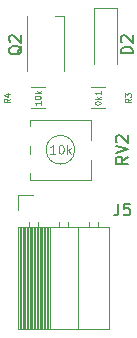
<source format=gbr>
G04 #@! TF.GenerationSoftware,KiCad,Pcbnew,(5.0.1)-4*
G04 #@! TF.CreationDate,2021-03-19T15:09:08+02:00*
G04 #@! TF.ProjectId,Jekabs_Ilja_Sumo_Test_Sensor_board,4A656B6162735F496C6A615F53756D6F,rev?*
G04 #@! TF.SameCoordinates,Original*
G04 #@! TF.FileFunction,Legend,Top*
G04 #@! TF.FilePolarity,Positive*
%FSLAX46Y46*%
G04 Gerber Fmt 4.6, Leading zero omitted, Abs format (unit mm)*
G04 Created by KiCad (PCBNEW (5.0.1)-4) date 2021.03.19. 15:09:08*
%MOMM*%
%LPD*%
G01*
G04 APERTURE LIST*
%ADD10C,0.120000*%
%ADD11C,0.075000*%
%ADD12C,0.050000*%
%ADD13C,0.150000*%
G04 APERTURE END LIST*
D10*
G04 #@! TO.C,R3*
X131030000Y-81830000D02*
X129830000Y-81830000D01*
X129830000Y-80070000D02*
X131030000Y-80070000D01*
G04 #@! TO.C,J5*
X123630000Y-91960000D02*
X126230000Y-91960000D01*
X126230000Y-91960000D02*
X126230000Y-100590000D01*
X126230000Y-100590000D02*
X123630000Y-100590000D01*
X123630000Y-100590000D02*
X123630000Y-91960000D01*
X124580000Y-91530000D02*
X124580000Y-91960000D01*
X125340000Y-91530000D02*
X125340000Y-91960000D01*
X123810000Y-91960000D02*
X123810000Y-100590000D01*
X123930000Y-91960000D02*
X123930000Y-100590000D01*
X124050000Y-91960000D02*
X124050000Y-100590000D01*
X124170000Y-91960000D02*
X124170000Y-100590000D01*
X124290000Y-91960000D02*
X124290000Y-100590000D01*
X124410000Y-91960000D02*
X124410000Y-100590000D01*
X124530000Y-91960000D02*
X124530000Y-100590000D01*
X124650000Y-91960000D02*
X124650000Y-100590000D01*
X124770000Y-91960000D02*
X124770000Y-100590000D01*
X124890000Y-91960000D02*
X124890000Y-100590000D01*
X125010000Y-91960000D02*
X125010000Y-100590000D01*
X125130000Y-91960000D02*
X125130000Y-100590000D01*
X125250000Y-91960000D02*
X125250000Y-100590000D01*
X125370000Y-91960000D02*
X125370000Y-100590000D01*
X125490000Y-91960000D02*
X125490000Y-100590000D01*
X125610000Y-91960000D02*
X125610000Y-100590000D01*
X125730000Y-91960000D02*
X125730000Y-100590000D01*
X125850000Y-91960000D02*
X125850000Y-100590000D01*
X125970000Y-91960000D02*
X125970000Y-100590000D01*
X126090000Y-91960000D02*
X126090000Y-100590000D01*
X126210000Y-91960000D02*
X126210000Y-100590000D01*
X126330000Y-91960000D02*
X126330000Y-100590000D01*
X126230000Y-91960000D02*
X128770000Y-91960000D01*
X128770000Y-91960000D02*
X128770000Y-100590000D01*
X128770000Y-100590000D02*
X126230000Y-100590000D01*
X126230000Y-100590000D02*
X126230000Y-91960000D01*
X127120000Y-91530000D02*
X127120000Y-91960000D01*
X127880000Y-91530000D02*
X127880000Y-91960000D01*
X128770000Y-91960000D02*
X131370000Y-91960000D01*
X131370000Y-91960000D02*
X131370000Y-100590000D01*
X131370000Y-100590000D02*
X128770000Y-100590000D01*
X128770000Y-100590000D02*
X128770000Y-91960000D01*
X129660000Y-91530000D02*
X129660000Y-91960000D01*
X130420000Y-91530000D02*
X130420000Y-91960000D01*
X123690000Y-90500000D02*
X123690000Y-89230000D01*
X123690000Y-89230000D02*
X124960000Y-89230000D01*
G04 #@! TO.C,R4*
X124750000Y-80070000D02*
X125950000Y-80070000D01*
X125950000Y-81830000D02*
X124750000Y-81830000D01*
G04 #@! TO.C,Q2*
X124385000Y-78755000D02*
X124385000Y-74105000D01*
X127585000Y-78755000D02*
X127585000Y-74105000D01*
X127585000Y-74105000D02*
X126785000Y-74105000D01*
G04 #@! TO.C,D2*
X132015000Y-73405000D02*
X130115000Y-73405000D01*
X130115000Y-73405000D02*
X130115000Y-78105000D01*
X132015000Y-73405000D02*
X132015000Y-78105000D01*
G04 #@! TO.C,RV2*
X129815000Y-87955000D02*
X124695000Y-87955000D01*
X129815000Y-82835000D02*
X124695000Y-82835000D01*
X129815000Y-87955000D02*
X129815000Y-86225000D01*
X129815000Y-84565000D02*
X129815000Y-82835000D01*
X124695000Y-87955000D02*
X124695000Y-87375000D01*
X124695000Y-85715000D02*
X124695000Y-85075000D01*
X124695000Y-83415000D02*
X124695000Y-82835000D01*
X128465000Y-85395000D02*
G75*
G03X128465000Y-85395000I-1210000J0D01*
G01*
G04 #@! TO.C,R3*
D11*
X133226190Y-81083333D02*
X132988095Y-81250000D01*
X133226190Y-81369047D02*
X132726190Y-81369047D01*
X132726190Y-81178571D01*
X132750000Y-81130952D01*
X132773809Y-81107142D01*
X132821428Y-81083333D01*
X132892857Y-81083333D01*
X132940476Y-81107142D01*
X132964285Y-81130952D01*
X132988095Y-81178571D01*
X132988095Y-81369047D01*
X132726190Y-80916666D02*
X132726190Y-80607142D01*
X132916666Y-80773809D01*
X132916666Y-80702380D01*
X132940476Y-80654761D01*
X132964285Y-80630952D01*
X133011904Y-80607142D01*
X133130952Y-80607142D01*
X133178571Y-80630952D01*
X133202380Y-80654761D01*
X133226190Y-80702380D01*
X133226190Y-80845238D01*
X133202380Y-80892857D01*
X133178571Y-80916666D01*
D12*
X130156190Y-81464285D02*
X130156190Y-81416666D01*
X130180000Y-81369047D01*
X130203809Y-81345238D01*
X130251428Y-81321428D01*
X130346666Y-81297619D01*
X130465714Y-81297619D01*
X130560952Y-81321428D01*
X130608571Y-81345238D01*
X130632380Y-81369047D01*
X130656190Y-81416666D01*
X130656190Y-81464285D01*
X130632380Y-81511904D01*
X130608571Y-81535714D01*
X130560952Y-81559523D01*
X130465714Y-81583333D01*
X130346666Y-81583333D01*
X130251428Y-81559523D01*
X130203809Y-81535714D01*
X130180000Y-81511904D01*
X130156190Y-81464285D01*
X130656190Y-81083333D02*
X130156190Y-81083333D01*
X130465714Y-81035714D02*
X130656190Y-80892857D01*
X130322857Y-80892857D02*
X130513333Y-81083333D01*
X130656190Y-80416666D02*
X130656190Y-80702380D01*
X130656190Y-80559523D02*
X130156190Y-80559523D01*
X130227619Y-80607142D01*
X130275238Y-80654761D01*
X130299047Y-80702380D01*
G04 #@! TO.C,J5*
D13*
X132166666Y-89952380D02*
X132166666Y-90666666D01*
X132119047Y-90809523D01*
X132023809Y-90904761D01*
X131880952Y-90952380D01*
X131785714Y-90952380D01*
X133119047Y-89952380D02*
X132642857Y-89952380D01*
X132595238Y-90428571D01*
X132642857Y-90380952D01*
X132738095Y-90333333D01*
X132976190Y-90333333D01*
X133071428Y-90380952D01*
X133119047Y-90428571D01*
X133166666Y-90523809D01*
X133166666Y-90761904D01*
X133119047Y-90857142D01*
X133071428Y-90904761D01*
X132976190Y-90952380D01*
X132738095Y-90952380D01*
X132642857Y-90904761D01*
X132595238Y-90857142D01*
G04 #@! TO.C,R4*
D11*
X122976190Y-81083333D02*
X122738095Y-81250000D01*
X122976190Y-81369047D02*
X122476190Y-81369047D01*
X122476190Y-81178571D01*
X122500000Y-81130952D01*
X122523809Y-81107142D01*
X122571428Y-81083333D01*
X122642857Y-81083333D01*
X122690476Y-81107142D01*
X122714285Y-81130952D01*
X122738095Y-81178571D01*
X122738095Y-81369047D01*
X122642857Y-80654761D02*
X122976190Y-80654761D01*
X122452380Y-80773809D02*
X122809523Y-80892857D01*
X122809523Y-80583333D01*
D12*
X125576190Y-81297619D02*
X125576190Y-81583333D01*
X125576190Y-81440476D02*
X125076190Y-81440476D01*
X125147619Y-81488095D01*
X125195238Y-81535714D01*
X125219047Y-81583333D01*
X125076190Y-80988095D02*
X125076190Y-80940476D01*
X125100000Y-80892857D01*
X125123809Y-80869047D01*
X125171428Y-80845238D01*
X125266666Y-80821428D01*
X125385714Y-80821428D01*
X125480952Y-80845238D01*
X125528571Y-80869047D01*
X125552380Y-80892857D01*
X125576190Y-80940476D01*
X125576190Y-80988095D01*
X125552380Y-81035714D01*
X125528571Y-81059523D01*
X125480952Y-81083333D01*
X125385714Y-81107142D01*
X125266666Y-81107142D01*
X125171428Y-81083333D01*
X125123809Y-81059523D01*
X125100000Y-81035714D01*
X125076190Y-80988095D01*
X125576190Y-80607142D02*
X125076190Y-80607142D01*
X125385714Y-80559523D02*
X125576190Y-80416666D01*
X125242857Y-80416666D02*
X125433333Y-80607142D01*
G04 #@! TO.C,Q2*
D13*
X123992619Y-76600238D02*
X123945000Y-76695476D01*
X123849761Y-76790714D01*
X123706904Y-76933571D01*
X123659285Y-77028809D01*
X123659285Y-77124047D01*
X123897380Y-77076428D02*
X123849761Y-77171666D01*
X123754523Y-77266904D01*
X123564047Y-77314523D01*
X123230714Y-77314523D01*
X123040238Y-77266904D01*
X122945000Y-77171666D01*
X122897380Y-77076428D01*
X122897380Y-76885952D01*
X122945000Y-76790714D01*
X123040238Y-76695476D01*
X123230714Y-76647857D01*
X123564047Y-76647857D01*
X123754523Y-76695476D01*
X123849761Y-76790714D01*
X123897380Y-76885952D01*
X123897380Y-77076428D01*
X122992619Y-76266904D02*
X122945000Y-76219285D01*
X122897380Y-76124047D01*
X122897380Y-75885952D01*
X122945000Y-75790714D01*
X122992619Y-75743095D01*
X123087857Y-75695476D01*
X123183095Y-75695476D01*
X123325952Y-75743095D01*
X123897380Y-76314523D01*
X123897380Y-75695476D01*
G04 #@! TO.C,D2*
X133367380Y-77243095D02*
X132367380Y-77243095D01*
X132367380Y-77005000D01*
X132415000Y-76862142D01*
X132510238Y-76766904D01*
X132605476Y-76719285D01*
X132795952Y-76671666D01*
X132938809Y-76671666D01*
X133129285Y-76719285D01*
X133224523Y-76766904D01*
X133319761Y-76862142D01*
X133367380Y-77005000D01*
X133367380Y-77243095D01*
X132462619Y-76290714D02*
X132415000Y-76243095D01*
X132367380Y-76147857D01*
X132367380Y-75909761D01*
X132415000Y-75814523D01*
X132462619Y-75766904D01*
X132557857Y-75719285D01*
X132653095Y-75719285D01*
X132795952Y-75766904D01*
X133367380Y-76338333D01*
X133367380Y-75719285D01*
G04 #@! TO.C,RV2*
X132952380Y-85990238D02*
X132476190Y-86323571D01*
X132952380Y-86561666D02*
X131952380Y-86561666D01*
X131952380Y-86180714D01*
X132000000Y-86085476D01*
X132047619Y-86037857D01*
X132142857Y-85990238D01*
X132285714Y-85990238D01*
X132380952Y-86037857D01*
X132428571Y-86085476D01*
X132476190Y-86180714D01*
X132476190Y-86561666D01*
X131952380Y-85704523D02*
X132952380Y-85371190D01*
X131952380Y-85037857D01*
X132047619Y-84752142D02*
X132000000Y-84704523D01*
X131952380Y-84609285D01*
X131952380Y-84371190D01*
X132000000Y-84275952D01*
X132047619Y-84228333D01*
X132142857Y-84180714D01*
X132238095Y-84180714D01*
X132380952Y-84228333D01*
X132952380Y-84799761D01*
X132952380Y-84180714D01*
D11*
X126807951Y-85733345D02*
X126379380Y-85733345D01*
X126593665Y-85733345D02*
X126593665Y-84983345D01*
X126522237Y-85090488D01*
X126450808Y-85161917D01*
X126379380Y-85197631D01*
X127272237Y-84983345D02*
X127343665Y-84983345D01*
X127415094Y-85019060D01*
X127450808Y-85054774D01*
X127486522Y-85126202D01*
X127522237Y-85269060D01*
X127522237Y-85447631D01*
X127486522Y-85590488D01*
X127450808Y-85661917D01*
X127415094Y-85697631D01*
X127343665Y-85733345D01*
X127272237Y-85733345D01*
X127200808Y-85697631D01*
X127165094Y-85661917D01*
X127129380Y-85590488D01*
X127093665Y-85447631D01*
X127093665Y-85269060D01*
X127129380Y-85126202D01*
X127165094Y-85054774D01*
X127200808Y-85019060D01*
X127272237Y-84983345D01*
X127843665Y-85733345D02*
X127843665Y-84983345D01*
X127915094Y-85447631D02*
X128129380Y-85733345D01*
X128129380Y-85233345D02*
X127843665Y-85519060D01*
G04 #@! TD*
M02*

</source>
